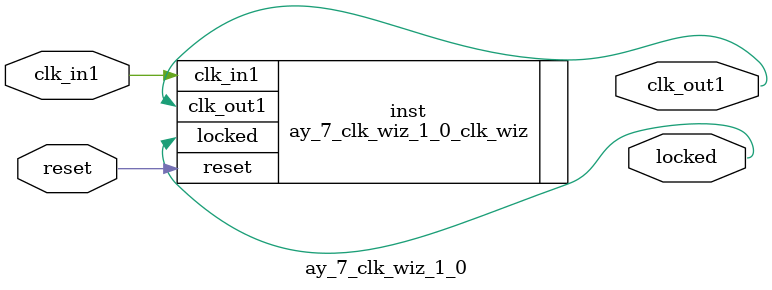
<source format=v>


`timescale 1ps/1ps

(* CORE_GENERATION_INFO = "ay_7_clk_wiz_1_0,clk_wiz_v6_0_5_0_0,{component_name=ay_7_clk_wiz_1_0,use_phase_alignment=true,use_min_o_jitter=false,use_max_i_jitter=false,use_dyn_phase_shift=false,use_inclk_switchover=false,use_dyn_reconfig=false,enable_axi=0,feedback_source=FDBK_AUTO,PRIMITIVE=MMCM,num_out_clk=1,clkin1_period=8.000,clkin2_period=10.000,use_power_down=false,use_reset=true,use_locked=true,use_inclk_stopped=false,feedback_type=SINGLE,CLOCK_MGR_TYPE=NA,manual_override=false}" *)

module ay_7_clk_wiz_1_0 
 (
  // Clock out ports
  output        clk_out1,
  // Status and control signals
  input         reset,
  output        locked,
 // Clock in ports
  input         clk_in1
 );

  ay_7_clk_wiz_1_0_clk_wiz inst
  (
  // Clock out ports  
  .clk_out1(clk_out1),
  // Status and control signals               
  .reset(reset), 
  .locked(locked),
 // Clock in ports
  .clk_in1(clk_in1)
  );

endmodule

</source>
